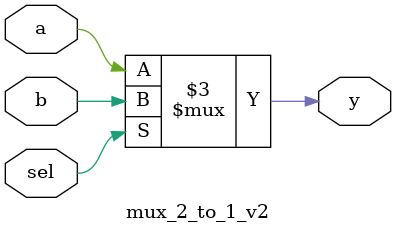
<source format=sv>
module mux_2_to_1_v2 (
   input      a
  ,input      b
  ,input      sel
  ,output reg y
);

  always_comb
    if(sel)
      y = b;
    else
      y = a;
  
endmodule

// -------------------------------------------------------------------------- //
// Corresponding ciruit:
// -------------------- 
//  
//      |\
//  a --| \
//      |  |
//      |  |-- y
//      |  |
//  b --| /
//      |/
//
// -------------------------------------------------------------------------- //


</source>
